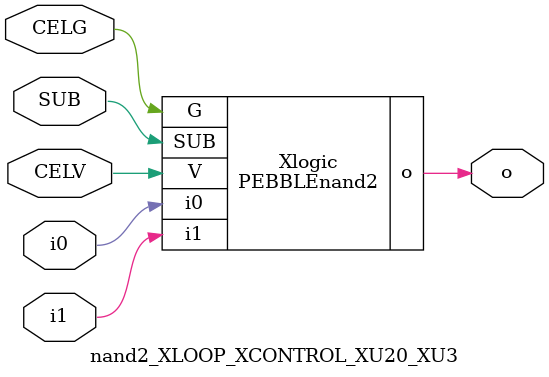
<source format=v>



module PEBBLEnand2 ( o, G, SUB, V, i0, i1 );

  input i0;
  input V;
  input i1;
  input G;
  output o;
  input SUB;
endmodule

//Celera Confidential Do Not Copy nand2_XLOOP_XCONTROL_XU20_XU3
//Celera Confidential Symbol Generator
//5V NAND2
module nand2_XLOOP_XCONTROL_XU20_XU3 (CELV,CELG,i0,i1,o,SUB);
input CELV;
input CELG;
input i0;
input i1;
input SUB;
output o;

//Celera Confidential Do Not Copy nand2
PEBBLEnand2 Xlogic(
.V (CELV),
.i0 (i0),
.i1 (i1),
.o (o),
.SUB (SUB),
.G (CELG)
);
//,diesize,PEBBLEnand2

//Celera Confidential Do Not Copy Module End
//Celera Schematic Generator
endmodule

</source>
